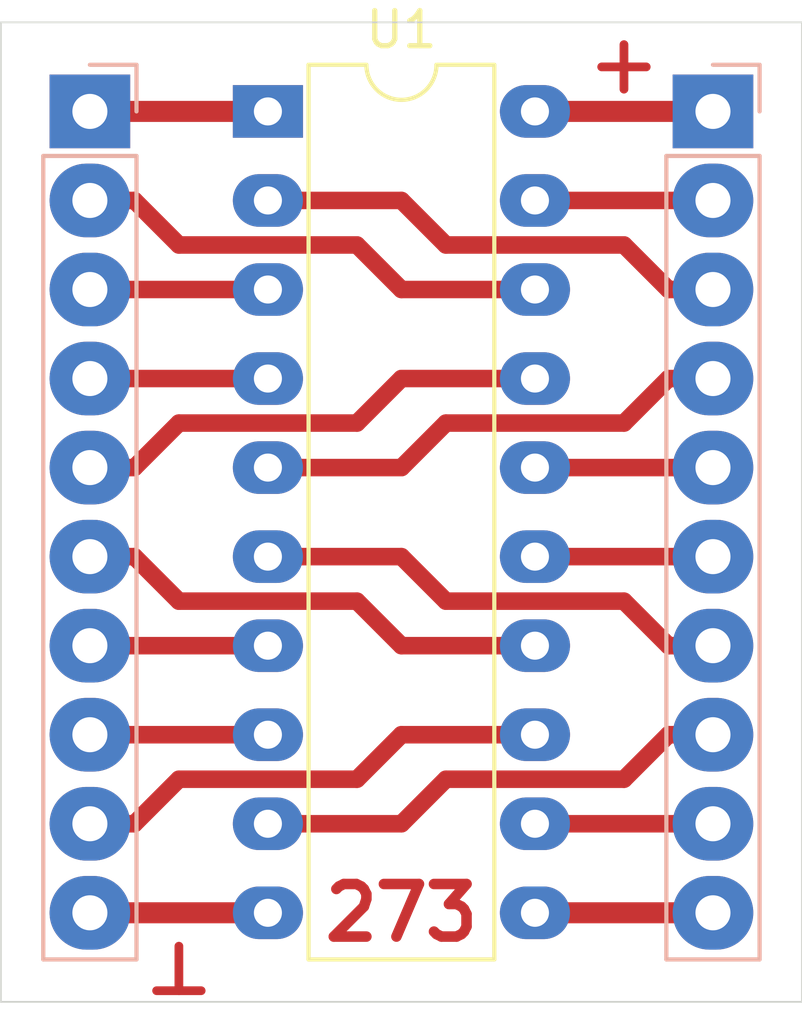
<source format=kicad_pcb>
(kicad_pcb (version 20171130) (host pcbnew "(5.1.8)-1")

  (general
    (thickness 1.6)
    (drawings 5)
    (tracks 56)
    (zones 0)
    (modules 3)
    (nets 21)
  )

  (page A4 portrait)
  (layers
    (0 F.Cu signal)
    (31 B.Cu signal)
    (32 B.Adhes user)
    (33 F.Adhes user)
    (34 B.Paste user)
    (35 F.Paste user)
    (36 B.SilkS user)
    (37 F.SilkS user)
    (38 B.Mask user)
    (39 F.Mask user)
    (40 Dwgs.User user)
    (41 Cmts.User user)
    (42 Eco1.User user)
    (43 Eco2.User user)
    (44 Edge.Cuts user)
    (45 Margin user)
    (46 B.CrtYd user)
    (47 F.CrtYd user)
    (48 B.Fab user)
    (49 F.Fab user)
  )

  (setup
    (last_trace_width 0.25)
    (user_trace_width 0.5)
    (user_trace_width 0.6)
    (trace_clearance 0.2)
    (zone_clearance 0.508)
    (zone_45_only no)
    (trace_min 0.2)
    (via_size 0.8)
    (via_drill 0.4)
    (via_min_size 0.4)
    (via_min_drill 0.3)
    (uvia_size 0.3)
    (uvia_drill 0.1)
    (uvias_allowed no)
    (uvia_min_size 0.2)
    (uvia_min_drill 0.1)
    (edge_width 0.05)
    (segment_width 0.2)
    (pcb_text_width 0.3)
    (pcb_text_size 1.5 1.5)
    (mod_edge_width 0.12)
    (mod_text_size 1 1)
    (mod_text_width 0.15)
    (pad_size 1.524 1.524)
    (pad_drill 0.762)
    (pad_to_mask_clearance 0)
    (aux_axis_origin 0 0)
    (visible_elements 7FFFFFFF)
    (pcbplotparams
      (layerselection 0x010fc_ffffffff)
      (usegerberextensions false)
      (usegerberattributes true)
      (usegerberadvancedattributes true)
      (creategerberjobfile true)
      (excludeedgelayer true)
      (linewidth 0.100000)
      (plotframeref false)
      (viasonmask false)
      (mode 1)
      (useauxorigin false)
      (hpglpennumber 1)
      (hpglpenspeed 20)
      (hpglpendiameter 15.000000)
      (psnegative false)
      (psa4output false)
      (plotreference true)
      (plotvalue true)
      (plotinvisibletext false)
      (padsonsilk false)
      (subtractmaskfromsilk false)
      (outputformat 1)
      (mirror false)
      (drillshape 1)
      (scaleselection 1)
      (outputdirectory ""))
  )

  (net 0 "")
  (net 1 /~MR)
  (net 2 /D0)
  (net 3 /D1)
  (net 4 /D2)
  (net 5 /D3)
  (net 6 /D4)
  (net 7 /D5)
  (net 8 /D6)
  (net 9 /D7)
  (net 10 /GND)
  (net 11 /CP)
  (net 12 /Q7)
  (net 13 /Q6)
  (net 14 /Q5)
  (net 15 /Q4)
  (net 16 /Q3)
  (net 17 /Q2)
  (net 18 /Q1)
  (net 19 /Q0)
  (net 20 /VCC)

  (net_class Default "This is the default net class."
    (clearance 0.2)
    (trace_width 0.25)
    (via_dia 0.8)
    (via_drill 0.4)
    (uvia_dia 0.3)
    (uvia_drill 0.1)
    (add_net /CP)
    (add_net /D0)
    (add_net /D1)
    (add_net /D2)
    (add_net /D3)
    (add_net /D4)
    (add_net /D5)
    (add_net /D6)
    (add_net /D7)
    (add_net /GND)
    (add_net /Q0)
    (add_net /Q1)
    (add_net /Q2)
    (add_net /Q3)
    (add_net /Q4)
    (add_net /Q5)
    (add_net /Q6)
    (add_net /Q7)
    (add_net /VCC)
    (add_net /~MR)
  )

  (module Connector_PinHeader_2.54mm:PinHeader_1x10_P2.54mm_Vertical (layer B.Cu) (tedit 59FED5CC) (tstamp 6360451F)
    (at 71.12 33.02 180)
    (descr "Through hole straight pin header, 1x10, 2.54mm pitch, single row")
    (tags "Through hole pin header THT 1x10 2.54mm single row")
    (path /63605023)
    (fp_text reference J1 (at -2.54 0) (layer B.SilkS) hide
      (effects (font (size 1 1) (thickness 0.15)) (justify mirror))
    )
    (fp_text value Conn_01x10_Male (at -2.54 -10.16 90) (layer B.Fab)
      (effects (font (size 1 1) (thickness 0.15)) (justify mirror))
    )
    (fp_line (start -0.635 1.27) (end 1.27 1.27) (layer B.Fab) (width 0.1))
    (fp_line (start 1.27 1.27) (end 1.27 -24.13) (layer B.Fab) (width 0.1))
    (fp_line (start 1.27 -24.13) (end -1.27 -24.13) (layer B.Fab) (width 0.1))
    (fp_line (start -1.27 -24.13) (end -1.27 0.635) (layer B.Fab) (width 0.1))
    (fp_line (start -1.27 0.635) (end -0.635 1.27) (layer B.Fab) (width 0.1))
    (fp_line (start -1.33 -24.19) (end 1.33 -24.19) (layer B.SilkS) (width 0.12))
    (fp_line (start -1.33 -1.27) (end -1.33 -24.19) (layer B.SilkS) (width 0.12))
    (fp_line (start 1.33 -1.27) (end 1.33 -24.19) (layer B.SilkS) (width 0.12))
    (fp_line (start -1.33 -1.27) (end 1.33 -1.27) (layer B.SilkS) (width 0.12))
    (fp_line (start -1.33 0) (end -1.33 1.33) (layer B.SilkS) (width 0.12))
    (fp_line (start -1.33 1.33) (end 0 1.33) (layer B.SilkS) (width 0.12))
    (fp_line (start -1.8 1.8) (end -1.8 -24.65) (layer B.CrtYd) (width 0.05))
    (fp_line (start -1.8 -24.65) (end 1.8 -24.65) (layer B.CrtYd) (width 0.05))
    (fp_line (start 1.8 -24.65) (end 1.8 1.8) (layer B.CrtYd) (width 0.05))
    (fp_line (start 1.8 1.8) (end -1.8 1.8) (layer B.CrtYd) (width 0.05))
    (fp_text user %R (at 0 -11.43 270) (layer B.Fab)
      (effects (font (size 1 1) (thickness 0.15)) (justify mirror))
    )
    (pad 1 thru_hole rect (at 0 0 180) (size 2.3 2.1) (drill 1) (layers *.Cu *.Mask)
      (net 1 /~MR))
    (pad 2 thru_hole oval (at 0 -2.54 180) (size 2.3 2.1) (drill 1) (layers *.Cu *.Mask)
      (net 2 /D0))
    (pad 3 thru_hole oval (at 0 -5.08 180) (size 2.3 2.1) (drill 1) (layers *.Cu *.Mask)
      (net 3 /D1))
    (pad 4 thru_hole oval (at 0 -7.62 180) (size 2.3 2.1) (drill 1) (layers *.Cu *.Mask)
      (net 4 /D2))
    (pad 5 thru_hole oval (at 0 -10.16 180) (size 2.3 2.1) (drill 1) (layers *.Cu *.Mask)
      (net 5 /D3))
    (pad 6 thru_hole oval (at 0 -12.7 180) (size 2.3 2.1) (drill 1) (layers *.Cu *.Mask)
      (net 6 /D4))
    (pad 7 thru_hole oval (at 0 -15.24 180) (size 2.3 2.1) (drill 1) (layers *.Cu *.Mask)
      (net 7 /D5))
    (pad 8 thru_hole oval (at 0 -17.78 180) (size 2.3 2.1) (drill 1) (layers *.Cu *.Mask)
      (net 8 /D6))
    (pad 9 thru_hole oval (at 0 -20.32 180) (size 2.3 2.1) (drill 1) (layers *.Cu *.Mask)
      (net 9 /D7))
    (pad 10 thru_hole oval (at 0 -22.86 180) (size 2.3 2.1) (drill 1) (layers *.Cu *.Mask)
      (net 10 /GND))
    (model ${KISYS3DMOD}/Connector_PinHeader_2.54mm.3dshapes/PinHeader_1x10_P2.54mm_Vertical.wrl
      (at (xyz 0 0 0))
      (scale (xyz 1 1 1))
      (rotate (xyz 0 0 0))
    )
  )

  (module Connector_PinHeader_2.54mm:PinHeader_1x10_P2.54mm_Vertical (layer B.Cu) (tedit 59FED5CC) (tstamp 6360453D)
    (at 88.9 33.02 180)
    (descr "Through hole straight pin header, 1x10, 2.54mm pitch, single row")
    (tags "Through hole pin header THT 1x10 2.54mm single row")
    (path /63609ABE)
    (fp_text reference J2 (at 2.54 0) (layer B.SilkS) hide
      (effects (font (size 1 1) (thickness 0.15)) (justify mirror))
    )
    (fp_text value Conn_01x10_Male (at 2.54 -10.16 90) (layer B.Fab)
      (effects (font (size 1 1) (thickness 0.15)) (justify mirror))
    )
    (fp_line (start 1.8 1.8) (end -1.8 1.8) (layer B.CrtYd) (width 0.05))
    (fp_line (start 1.8 -24.65) (end 1.8 1.8) (layer B.CrtYd) (width 0.05))
    (fp_line (start -1.8 -24.65) (end 1.8 -24.65) (layer B.CrtYd) (width 0.05))
    (fp_line (start -1.8 1.8) (end -1.8 -24.65) (layer B.CrtYd) (width 0.05))
    (fp_line (start -1.33 1.33) (end 0 1.33) (layer B.SilkS) (width 0.12))
    (fp_line (start -1.33 0) (end -1.33 1.33) (layer B.SilkS) (width 0.12))
    (fp_line (start -1.33 -1.27) (end 1.33 -1.27) (layer B.SilkS) (width 0.12))
    (fp_line (start 1.33 -1.27) (end 1.33 -24.19) (layer B.SilkS) (width 0.12))
    (fp_line (start -1.33 -1.27) (end -1.33 -24.19) (layer B.SilkS) (width 0.12))
    (fp_line (start -1.33 -24.19) (end 1.33 -24.19) (layer B.SilkS) (width 0.12))
    (fp_line (start -1.27 0.635) (end -0.635 1.27) (layer B.Fab) (width 0.1))
    (fp_line (start -1.27 -24.13) (end -1.27 0.635) (layer B.Fab) (width 0.1))
    (fp_line (start 1.27 -24.13) (end -1.27 -24.13) (layer B.Fab) (width 0.1))
    (fp_line (start 1.27 1.27) (end 1.27 -24.13) (layer B.Fab) (width 0.1))
    (fp_line (start -0.635 1.27) (end 1.27 1.27) (layer B.Fab) (width 0.1))
    (fp_text user %R (at 0 -11.43 270) (layer B.Fab)
      (effects (font (size 1 1) (thickness 0.15)) (justify mirror))
    )
    (pad 10 thru_hole oval (at 0 -22.86 180) (size 2.3 2.1) (drill 1) (layers *.Cu *.Mask)
      (net 11 /CP))
    (pad 9 thru_hole oval (at 0 -20.32 180) (size 2.3 2.1) (drill 1) (layers *.Cu *.Mask)
      (net 12 /Q7))
    (pad 8 thru_hole oval (at 0 -17.78 180) (size 2.3 2.1) (drill 1) (layers *.Cu *.Mask)
      (net 13 /Q6))
    (pad 7 thru_hole oval (at 0 -15.24 180) (size 2.3 2.1) (drill 1) (layers *.Cu *.Mask)
      (net 14 /Q5))
    (pad 6 thru_hole oval (at 0 -12.7 180) (size 2.3 2.1) (drill 1) (layers *.Cu *.Mask)
      (net 15 /Q4))
    (pad 5 thru_hole oval (at 0 -10.16 180) (size 2.3 2.1) (drill 1) (layers *.Cu *.Mask)
      (net 16 /Q3))
    (pad 4 thru_hole oval (at 0 -7.62 180) (size 2.3 2.1) (drill 1) (layers *.Cu *.Mask)
      (net 17 /Q2))
    (pad 3 thru_hole oval (at 0 -5.08 180) (size 2.3 2.1) (drill 1) (layers *.Cu *.Mask)
      (net 18 /Q1))
    (pad 2 thru_hole oval (at 0 -2.54 180) (size 2.3 2.1) (drill 1) (layers *.Cu *.Mask)
      (net 19 /Q0))
    (pad 1 thru_hole rect (at 0 0 180) (size 2.3 2.1) (drill 1) (layers *.Cu *.Mask)
      (net 20 /VCC))
    (model ${KISYS3DMOD}/Connector_PinHeader_2.54mm.3dshapes/PinHeader_1x10_P2.54mm_Vertical.wrl
      (at (xyz 0 0 0))
      (scale (xyz 1 1 1))
      (rotate (xyz 0 0 0))
    )
  )

  (module Package_DIP:DIP-20_W7.62mm (layer F.Cu) (tedit 5A02E8C5) (tstamp 63604565)
    (at 76.2 33.02)
    (descr "20-lead though-hole mounted DIP package, row spacing 7.62 mm (300 mils)")
    (tags "THT DIP DIL PDIP 2.54mm 7.62mm 300mil")
    (path /63603F32)
    (fp_text reference U1 (at 3.81 -2.33) (layer F.SilkS)
      (effects (font (size 1 1) (thickness 0.15)))
    )
    (fp_text value 74HC273 (at 3.81 25.19) (layer F.Fab)
      (effects (font (size 1 1) (thickness 0.15)))
    )
    (fp_line (start 1.635 -1.27) (end 6.985 -1.27) (layer F.Fab) (width 0.1))
    (fp_line (start 6.985 -1.27) (end 6.985 24.13) (layer F.Fab) (width 0.1))
    (fp_line (start 6.985 24.13) (end 0.635 24.13) (layer F.Fab) (width 0.1))
    (fp_line (start 0.635 24.13) (end 0.635 -0.27) (layer F.Fab) (width 0.1))
    (fp_line (start 0.635 -0.27) (end 1.635 -1.27) (layer F.Fab) (width 0.1))
    (fp_line (start 2.81 -1.33) (end 1.16 -1.33) (layer F.SilkS) (width 0.12))
    (fp_line (start 1.16 -1.33) (end 1.16 24.19) (layer F.SilkS) (width 0.12))
    (fp_line (start 1.16 24.19) (end 6.46 24.19) (layer F.SilkS) (width 0.12))
    (fp_line (start 6.46 24.19) (end 6.46 -1.33) (layer F.SilkS) (width 0.12))
    (fp_line (start 6.46 -1.33) (end 4.81 -1.33) (layer F.SilkS) (width 0.12))
    (fp_line (start -1.1 -1.55) (end -1.1 24.4) (layer F.CrtYd) (width 0.05))
    (fp_line (start -1.1 24.4) (end 8.7 24.4) (layer F.CrtYd) (width 0.05))
    (fp_line (start 8.7 24.4) (end 8.7 -1.55) (layer F.CrtYd) (width 0.05))
    (fp_line (start 8.7 -1.55) (end -1.1 -1.55) (layer F.CrtYd) (width 0.05))
    (fp_arc (start 3.81 -1.33) (end 2.81 -1.33) (angle -180) (layer F.SilkS) (width 0.12))
    (fp_text user %R (at 3.81 11.43) (layer F.Fab)
      (effects (font (size 1 1) (thickness 0.15)))
    )
    (pad 1 thru_hole rect (at 0 0) (size 2 1.5) (drill 0.8) (layers *.Cu *.Mask)
      (net 1 /~MR))
    (pad 11 thru_hole oval (at 7.62 22.86) (size 2 1.5) (drill 0.8) (layers *.Cu *.Mask)
      (net 11 /CP))
    (pad 2 thru_hole oval (at 0 2.54) (size 2 1.5) (drill 0.8) (layers *.Cu *.Mask)
      (net 18 /Q1))
    (pad 12 thru_hole oval (at 7.62 20.32) (size 2 1.5) (drill 0.8) (layers *.Cu *.Mask)
      (net 12 /Q7))
    (pad 3 thru_hole oval (at 0 5.08) (size 2 1.5) (drill 0.8) (layers *.Cu *.Mask)
      (net 3 /D1))
    (pad 13 thru_hole oval (at 7.62 17.78) (size 2 1.5) (drill 0.8) (layers *.Cu *.Mask)
      (net 9 /D7))
    (pad 4 thru_hole oval (at 0 7.62) (size 2 1.5) (drill 0.8) (layers *.Cu *.Mask)
      (net 4 /D2))
    (pad 14 thru_hole oval (at 7.62 15.24) (size 2 1.5) (drill 0.8) (layers *.Cu *.Mask)
      (net 6 /D4))
    (pad 5 thru_hole oval (at 0 10.16) (size 2 1.5) (drill 0.8) (layers *.Cu *.Mask)
      (net 17 /Q2))
    (pad 15 thru_hole oval (at 7.62 12.7) (size 2 1.5) (drill 0.8) (layers *.Cu *.Mask)
      (net 15 /Q4))
    (pad 6 thru_hole oval (at 0 12.7) (size 2 1.5) (drill 0.8) (layers *.Cu *.Mask)
      (net 14 /Q5))
    (pad 16 thru_hole oval (at 7.62 10.16) (size 2 1.5) (drill 0.8) (layers *.Cu *.Mask)
      (net 16 /Q3))
    (pad 7 thru_hole oval (at 0 15.24) (size 2 1.5) (drill 0.8) (layers *.Cu *.Mask)
      (net 7 /D5))
    (pad 17 thru_hole oval (at 7.62 7.62) (size 2 1.5) (drill 0.8) (layers *.Cu *.Mask)
      (net 5 /D3))
    (pad 8 thru_hole oval (at 0 17.78) (size 2 1.5) (drill 0.8) (layers *.Cu *.Mask)
      (net 8 /D6))
    (pad 18 thru_hole oval (at 7.62 5.08) (size 2 1.5) (drill 0.8) (layers *.Cu *.Mask)
      (net 2 /D0))
    (pad 9 thru_hole oval (at 0 20.32) (size 2 1.5) (drill 0.8) (layers *.Cu *.Mask)
      (net 13 /Q6))
    (pad 19 thru_hole oval (at 7.62 2.54) (size 2 1.5) (drill 0.8) (layers *.Cu *.Mask)
      (net 19 /Q0))
    (pad 10 thru_hole oval (at 0 22.86) (size 2 1.5) (drill 0.8) (layers *.Cu *.Mask)
      (net 10 /GND))
    (pad 20 thru_hole oval (at 7.62 0) (size 2 1.5) (drill 0.8) (layers *.Cu *.Mask)
      (net 20 /VCC))
    (model ${KISYS3DMOD}/Package_DIP.3dshapes/DIP-20_W7.62mm.wrl
      (at (xyz 0 0 0))
      (scale (xyz 1 1 1))
      (rotate (xyz 0 0 0))
    )
  )

  (gr_text 273 (at 80.01 55.88) (layer F.Cu)
    (effects (font (size 1.5 1.5) (thickness 0.3)))
  )
  (gr_line (start 68.58 58.42) (end 68.58 30.48) (layer Edge.Cuts) (width 0.05) (tstamp 63604887))
  (gr_line (start 91.44 58.42) (end 68.58 58.42) (layer Edge.Cuts) (width 0.05))
  (gr_line (start 91.44 30.48) (end 91.44 58.42) (layer Edge.Cuts) (width 0.05))
  (gr_line (start 68.58 30.48) (end 91.44 30.48) (layer Edge.Cuts) (width 0.05))

  (segment (start 86.36 31.115) (end 86.36 32.385) (width 0.25) (layer F.Cu) (net 0))
  (segment (start 85.725 31.75) (end 86.995 31.75) (width 0.25) (layer F.Cu) (net 0))
  (segment (start 73.025 58.1025) (end 74.295 58.1025) (width 0.25) (layer F.Cu) (net 0) (tstamp 636059C1))
  (segment (start 73.66 56.8325) (end 73.66 58.1025) (width 0.25) (layer F.Cu) (net 0) (tstamp 636059C2))
  (segment (start 71.12 33.02) (end 76.2 33.02) (width 0.6) (layer F.Cu) (net 1))
  (segment (start 71.12 35.56) (end 72.39 35.56) (width 0.5) (layer F.Cu) (net 2))
  (segment (start 72.39 35.56) (end 73.66 36.83) (width 0.5) (layer F.Cu) (net 2))
  (segment (start 73.66 36.83) (end 78.74 36.83) (width 0.5) (layer F.Cu) (net 2))
  (segment (start 78.74 36.83) (end 80.01 38.1) (width 0.5) (layer F.Cu) (net 2))
  (segment (start 80.01 38.1) (end 83.82 38.1) (width 0.5) (layer F.Cu) (net 2))
  (segment (start 71.12 38.1) (end 76.2 38.1) (width 0.5) (layer F.Cu) (net 3))
  (segment (start 71.12 40.64) (end 76.2 40.64) (width 0.5) (layer F.Cu) (net 4))
  (segment (start 71.12 43.18) (end 72.39 43.18) (width 0.5) (layer F.Cu) (net 5))
  (segment (start 72.39 43.18) (end 73.66 41.91) (width 0.5) (layer F.Cu) (net 5))
  (segment (start 73.66 41.91) (end 78.74 41.91) (width 0.5) (layer F.Cu) (net 5))
  (segment (start 78.74 41.91) (end 80.01 40.64) (width 0.5) (layer F.Cu) (net 5))
  (segment (start 80.01 40.64) (end 83.82 40.64) (width 0.5) (layer F.Cu) (net 5))
  (segment (start 71.12 45.72) (end 72.39 45.72) (width 0.5) (layer F.Cu) (net 6))
  (segment (start 72.39 45.72) (end 73.66 46.99) (width 0.5) (layer F.Cu) (net 6))
  (segment (start 73.66 46.99) (end 78.74 46.99) (width 0.5) (layer F.Cu) (net 6))
  (segment (start 78.74 46.99) (end 80.01 48.26) (width 0.5) (layer F.Cu) (net 6))
  (segment (start 80.01 48.26) (end 83.82 48.26) (width 0.5) (layer F.Cu) (net 6))
  (segment (start 71.12 48.26) (end 76.2 48.26) (width 0.5) (layer F.Cu) (net 7))
  (segment (start 71.12 50.8) (end 76.2 50.8) (width 0.5) (layer F.Cu) (net 8))
  (segment (start 71.12 53.34) (end 72.39 53.34) (width 0.5) (layer F.Cu) (net 9))
  (segment (start 72.39 53.34) (end 73.66 52.07) (width 0.5) (layer F.Cu) (net 9))
  (segment (start 73.66 52.07) (end 78.74 52.07) (width 0.5) (layer F.Cu) (net 9))
  (segment (start 78.74 52.07) (end 80.01 50.8) (width 0.5) (layer F.Cu) (net 9))
  (segment (start 80.01 50.8) (end 83.82 50.8) (width 0.5) (layer F.Cu) (net 9))
  (segment (start 71.12 55.88) (end 76.2 55.88) (width 0.6) (layer F.Cu) (net 10))
  (segment (start 83.82 55.88) (end 88.9 55.88) (width 0.6) (layer F.Cu) (net 11))
  (segment (start 83.82 53.34) (end 88.9 53.34) (width 0.5) (layer F.Cu) (net 12))
  (segment (start 76.2 53.34) (end 80.01 53.34) (width 0.5) (layer F.Cu) (net 13))
  (segment (start 80.01 53.34) (end 81.28 52.07) (width 0.5) (layer F.Cu) (net 13))
  (segment (start 81.28 52.07) (end 86.36 52.07) (width 0.5) (layer F.Cu) (net 13))
  (segment (start 86.36 52.07) (end 87.63 50.8) (width 0.5) (layer F.Cu) (net 13))
  (segment (start 87.63 50.8) (end 88.9 50.8) (width 0.5) (layer F.Cu) (net 13))
  (segment (start 76.2 45.72) (end 80.01 45.72) (width 0.5) (layer F.Cu) (net 14))
  (segment (start 80.01 45.72) (end 81.28 46.99) (width 0.5) (layer F.Cu) (net 14))
  (segment (start 81.28 46.99) (end 86.36 46.99) (width 0.5) (layer F.Cu) (net 14))
  (segment (start 86.36 46.99) (end 87.63 48.26) (width 0.5) (layer F.Cu) (net 14))
  (segment (start 87.63 48.26) (end 88.9 48.26) (width 0.5) (layer F.Cu) (net 14))
  (segment (start 83.82 45.72) (end 88.9 45.72) (width 0.5) (layer F.Cu) (net 15))
  (segment (start 83.82 43.18) (end 88.9 43.18) (width 0.5) (layer F.Cu) (net 16))
  (segment (start 76.2 43.18) (end 80.01 43.18) (width 0.5) (layer F.Cu) (net 17))
  (segment (start 80.01 43.18) (end 81.28 41.91) (width 0.5) (layer F.Cu) (net 17))
  (segment (start 81.28 41.91) (end 86.36 41.91) (width 0.5) (layer F.Cu) (net 17))
  (segment (start 86.36 41.91) (end 87.63 40.64) (width 0.5) (layer F.Cu) (net 17))
  (segment (start 87.63 40.64) (end 88.9 40.64) (width 0.5) (layer F.Cu) (net 17))
  (segment (start 87.63 38.1) (end 88.9 38.1) (width 0.5) (layer F.Cu) (net 18))
  (segment (start 86.36 36.83) (end 87.63 38.1) (width 0.5) (layer F.Cu) (net 18))
  (segment (start 81.28 36.83) (end 86.36 36.83) (width 0.5) (layer F.Cu) (net 18))
  (segment (start 80.01 35.56) (end 81.28 36.83) (width 0.5) (layer F.Cu) (net 18))
  (segment (start 76.2 35.56) (end 80.01 35.56) (width 0.5) (layer F.Cu) (net 18))
  (segment (start 83.82 35.56) (end 88.9 35.56) (width 0.5) (layer F.Cu) (net 19))
  (segment (start 83.82 33.02) (end 88.9 33.02) (width 0.6) (layer F.Cu) (net 20))

)

</source>
